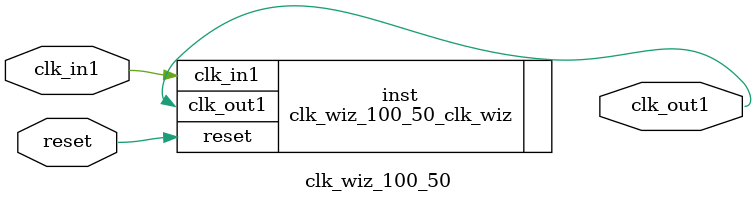
<source format=v>


`timescale 1ps/1ps

(* CORE_GENERATION_INFO = "clk_wiz_100_50,clk_wiz_v6_0_3_0_0,{component_name=clk_wiz_100_50,use_phase_alignment=true,use_min_o_jitter=false,use_max_i_jitter=false,use_dyn_phase_shift=false,use_inclk_switchover=false,use_dyn_reconfig=false,enable_axi=0,feedback_source=FDBK_AUTO,PRIMITIVE=MMCM,num_out_clk=1,clkin1_period=10.000,clkin2_period=10.000,use_power_down=false,use_reset=true,use_locked=false,use_inclk_stopped=false,feedback_type=SINGLE,CLOCK_MGR_TYPE=NA,manual_override=false}" *)

module clk_wiz_100_50 
 (
  // Clock out ports
  output        clk_out1,
  // Status and control signals
  input         reset,
 // Clock in ports
  input         clk_in1
 );

  clk_wiz_100_50_clk_wiz inst
  (
  // Clock out ports  
  .clk_out1(clk_out1),
  // Status and control signals               
  .reset(reset), 
 // Clock in ports
  .clk_in1(clk_in1)
  );

endmodule

</source>
